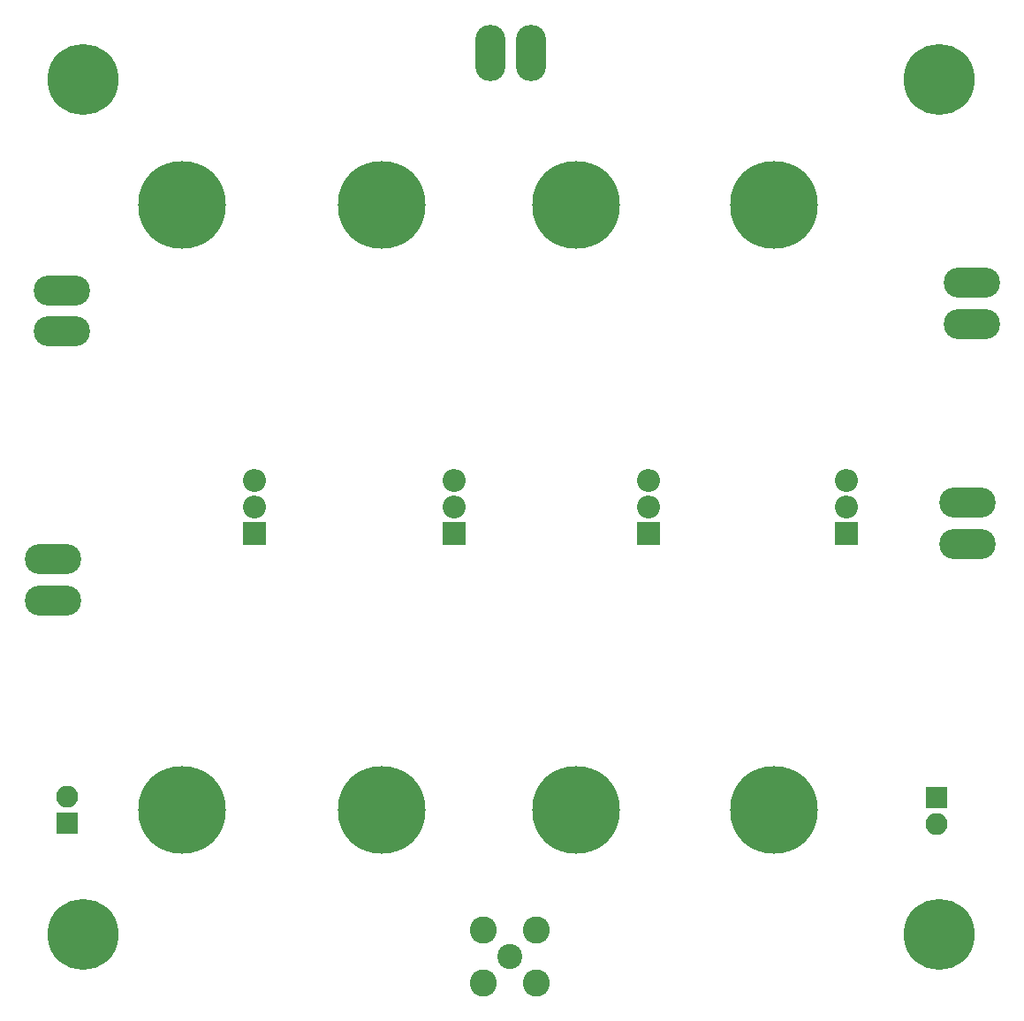
<source format=gbr>
G04 #@! TF.FileFunction,Soldermask,Top*
%FSLAX46Y46*%
G04 Gerber Fmt 4.6, Leading zero omitted, Abs format (unit mm)*
G04 Created by KiCad (PCBNEW 4.0.2-stable) date 10/05/17 15:38:04*
%MOMM*%
G01*
G04 APERTURE LIST*
%ADD10C,0.100000*%
%ADD11C,6.800000*%
%ADD12C,1.200000*%
%ADD13R,2.100000X2.100000*%
%ADD14O,2.100000X2.100000*%
%ADD15O,5.401260X2.900000*%
%ADD16O,2.900000X5.401260*%
%ADD17C,2.600000*%
%ADD18C,2.400000*%
%ADD19R,2.200000X2.200000*%
%ADD20O,2.200000X2.200000*%
%ADD21C,8.400000*%
G04 APERTURE END LIST*
D10*
D11*
X87500000Y-136500000D03*
D12*
X89900000Y-136500000D03*
X89197056Y-138197056D03*
X87500000Y-138900000D03*
X85802944Y-138197056D03*
X85100000Y-136500000D03*
X85802944Y-134802944D03*
X87500000Y-134100000D03*
X89197056Y-134802944D03*
D11*
X169600000Y-136500000D03*
D12*
X172000000Y-136500000D03*
X171297056Y-138197056D03*
X169600000Y-138900000D03*
X167902944Y-138197056D03*
X167200000Y-136500000D03*
X167902944Y-134802944D03*
X169600000Y-134100000D03*
X171297056Y-134802944D03*
D11*
X169600000Y-54500000D03*
D12*
X172000000Y-54500000D03*
X171297056Y-56197056D03*
X169600000Y-56900000D03*
X167902944Y-56197056D03*
X167200000Y-54500000D03*
X167902944Y-52802944D03*
X169600000Y-52100000D03*
X171297056Y-52802944D03*
D11*
X87500000Y-54500000D03*
D12*
X89900000Y-54500000D03*
X89197056Y-56197056D03*
X87500000Y-56900000D03*
X85802944Y-56197056D03*
X85100000Y-54500000D03*
X85802944Y-52802944D03*
X87500000Y-52100000D03*
X89197056Y-52802944D03*
D13*
X169350000Y-123350000D03*
D14*
X169350000Y-125890000D03*
D15*
X172300000Y-95068800D03*
X172300000Y-99031200D03*
D13*
X86000000Y-125800000D03*
D14*
X86000000Y-123260000D03*
D16*
X126518800Y-51950000D03*
X130481200Y-51950000D03*
D15*
X172700000Y-74018800D03*
X172700000Y-77981200D03*
X85450000Y-78681200D03*
X85450000Y-74718800D03*
D17*
X125860000Y-136060000D03*
X130940000Y-136060000D03*
X130940000Y-141140000D03*
X125860000Y-141140000D03*
D18*
X128400000Y-138600000D03*
D15*
X84600000Y-104481200D03*
X84600000Y-100518800D03*
D19*
X103966980Y-98024760D03*
D20*
X103966980Y-95484760D03*
X103966980Y-92944760D03*
D21*
X97000000Y-124500000D03*
X97000000Y-66500000D03*
D19*
X123116980Y-98024760D03*
D20*
X123116980Y-95484760D03*
X123116980Y-92944760D03*
D21*
X116150000Y-124500000D03*
X116150000Y-66500000D03*
D19*
X141716980Y-98024760D03*
D20*
X141716980Y-95484760D03*
X141716980Y-92944760D03*
D21*
X134750000Y-124500000D03*
X134750000Y-66500000D03*
D19*
X160666980Y-98024760D03*
D20*
X160666980Y-95484760D03*
X160666980Y-92944760D03*
D21*
X153700000Y-124500000D03*
X153700000Y-66500000D03*
M02*

</source>
